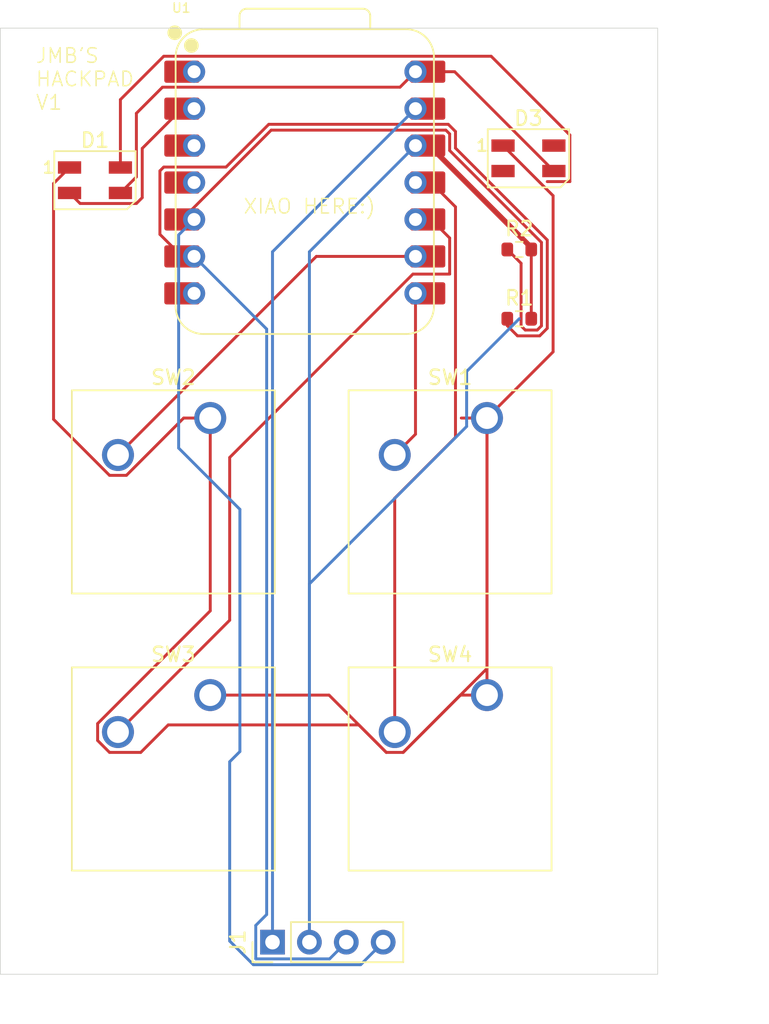
<source format=kicad_pcb>
(kicad_pcb (version 20241229) (generator "pcbnew") (generator_version "9.0")
  (layers (0 "F.Cu" signal) (2 "B.Cu" signal) (13 "F.Paste" user) (15 "B.Paste" user) (5 "F.SilkS" user "F.Silkscreen") (7 "B.SilkS" user "B.Silkscreen") (1 "F.Mask" user) (3 "B.Mask" user) (25 "Edge.Cuts" user))
  (net 0 "")
  (net 1 "Net-(D1-DOUT)")
  (net 2 "Net-(D1-DIN)")
  (net 3 "GND")
  (net 4 "+5V")
  (net 6 "Net-(U1-GPIO1{slash}RX)")
  (net 7 "Net-(U1-GPIO2{slash}SCK)")
  (net 8 "Net-(U1-GPIO4{slash}MISO)")
  (net 9 "Net-(U1-GPIO3{slash}MOSI)")
  (net 14 "Net-(U1-3V3)")
  (net 15 "Net-(U1-GPIO7{slash}SCL)")
  (net 16 "Net-(U1-GPIO6{slash}SDA)")
  (net 17 "Net-(U1-GND)")
  (footprint "Button_Switch_Keyboard:SW_Cherry_MX_1.00u_PCB" (layer "F.Cu") (at 221.615 111.60125)
    (property "Reference" "SW4" (at -2.54 -2.794 0) (layer "F.SilkS"))
    (property "Value" "SW_Push")
    (fp_line (start -9.525 -1.905) (end 4.445 -1.905) (stroke (width 0.12)) (layer "F.SilkS"))
    (fp_line (start -9.525 12.065) (end -9.525 -1.905) (stroke (width 0.12)) (layer "F.SilkS"))
    (fp_line (start 4.445 -1.905) (end 4.445 12.065) (stroke (width 0.12)) (layer "F.SilkS"))
    (fp_line (start 4.445 12.065) (end -9.525 12.065) (stroke (width 0.12)) (layer "F.SilkS"))
    (pad "" np_thru_hole circle (at -7.62 5.08) (size 1.7 1.7) (drill 1.7) (layers "*.Cu" "*.Mask"))
    (pad "" np_thru_hole circle (at -2.54 5.08) (size 4 4) (drill 4) (layers "*.Cu" "*.Mask"))
    (pad "" np_thru_hole circle (at 2.54 5.08) (size 1.7 1.7) (drill 1.7) (layers "*.Cu" "*.Mask"))
    (pad "1" thru_hole circle (at 0 0) (size 2.2 2.2) (drill 1.5) (layers "*.Cu" "*.Mask") (net 3 "GND"))
    (pad "2" thru_hole circle (at -6.35 2.54) (size 2.2 2.2) (drill 1.5) (layers "*.Cu" "*.Mask") (net 9 "Net-(U1-GPIO3{slash}MOSI)"))
  )
  (footprint "Button_Switch_Keyboard:SW_Cherry_MX_1.00u_PCB" (layer "F.Cu") (at 202.565 92.55125)
    (property "Reference" "SW2" (at -2.54 -2.794 0) (layer "F.SilkS"))
    (property "Value" "SW_Push")
    (fp_line (start -9.525 -1.905) (end 4.445 -1.905) (stroke (width 0.12)) (layer "F.SilkS"))
    (fp_line (start -9.525 12.065) (end -9.525 -1.905) (stroke (width 0.12)) (layer "F.SilkS"))
    (fp_line (start 4.445 -1.905) (end 4.445 12.065) (stroke (width 0.12)) (layer "F.SilkS"))
    (fp_line (start 4.445 12.065) (end -9.525 12.065) (stroke (width 0.12)) (layer "F.SilkS"))
    (pad "" np_thru_hole circle (at -7.62 5.08) (size 1.7 1.7) (drill 1.7) (layers "*.Cu" "*.Mask"))
    (pad "" np_thru_hole circle (at -2.54 5.08) (size 4 4) (drill 4) (layers "*.Cu" "*.Mask"))
    (pad "" np_thru_hole circle (at 2.54 5.08) (size 1.7 1.7) (drill 1.7) (layers "*.Cu" "*.Mask"))
    (pad "1" thru_hole circle (at 0 0) (size 2.2 2.2) (drill 1.5) (layers "*.Cu" "*.Mask") (net 3 "GND"))
    (pad "2" thru_hole circle (at -6.35 2.54) (size 2.2 2.2) (drill 1.5) (layers "*.Cu" "*.Mask") (net 7 "Net-(U1-GPIO2{slash}SCK)"))
  )
  (footprint "Connector_PinHeader_2.54mm:OLED_0.91_I2C" (layer "F.Cu") (at 206.85125 128.5875 90)
    (property "Reference" "J1" (at 0 -2.38 90) (layer "F.SilkS"))
    (property "Value" "OLED_0.91_I2C")
    (fp_line (start -1.38 -1.38) (end 0 -1.38) (stroke (width 0.12)) (layer "F.SilkS"))
    (fp_line (start -1.38 0) (end -1.38 -1.38) (stroke (width 0.12)) (layer "F.SilkS"))
    (fp_line (start 1.38 1.27) (end 1.38 9) (stroke (width 0.12)) (layer "F.SilkS"))
    (fp_line (start -1.38 1.27) (end 1.38 1.27) (stroke (width 0.12)) (layer "F.SilkS"))
    (fp_line (start -1.38 1.27) (end -1.38 9) (stroke (width 0.12)) (layer "F.SilkS"))
    (fp_line (start -1.38 9) (end 1.38 9) (stroke (width 0.12)) (layer "F.SilkS"))
    (pad "GND" thru_hole rect (at 0 0 90) (size 1.7 1.7) (drill 1) (layers "*.Cu" "*.Mask") (net 17 "Net-(U1-GND)"))
    (pad "SCL" thru_hole circle (at 0 5.08 90) (size 1.7 1.7) (drill 1) (layers "*.Cu" "*.Mask") (net 15 "Net-(U1-GPIO7{slash}SCL)"))
    (pad "SDA" thru_hole circle (at 0 7.62 90) (size 1.7 1.7) (drill 1) (layers "*.Cu" "*.Mask") (net 16 "Net-(U1-GPIO6{slash}SDA)"))
    (pad "VCC" thru_hole circle (at 0 2.54 90) (size 1.7 1.7) (drill 1) (layers "*.Cu" "*.Mask") (net 14 "Net-(U1-3V3)"))
  )
  (footprint "Seeed Studio XIAO Series Library:XIAO-RP2040-DIP" (layer "F.Cu") (at 209.07375 76.35875)
    (property "Reference" "U1" (at -8.5 -12 0) (layer "F.SilkS") (effects (font (size 0.635 0.635) (thickness 0.1016))))
    (property "Value" "XIAO-RP2040-DIP")
    (fp_line (start -8.89 8.509) (end -8.89 -8.636) (stroke (width 0.127)) (layer "F.SilkS"))
    (fp_line (start -6.985 10.414) (end 6.985 10.414) (stroke (width 0.127)) (layer "F.SilkS"))
    (fp_line (start -4.495 -10.541) (end -4.491272 -11.451272) (stroke (width 0.127)) (layer "F.SilkS"))
    (fp_line (start -3.991272 -11.951) (end 4.004 -11.951) (stroke (width 0.127)) (layer "F.SilkS"))
    (fp_line (start 4.504 -11.451) (end 4.504 -10.541) (stroke (width 0.127)) (layer "F.SilkS"))
    (fp_line (start 6.985 -10.541) (end -6.985 -10.541) (stroke (width 0.1)) (layer "F.SilkS"))
    (fp_line (start 6.985 -10.541) (end -6.985 -10.541) (stroke (width 0.127)) (layer "F.SilkS"))
    (fp_line (start 8.89 8.509) (end 8.89 -8.636) (stroke (width 0.127)) (layer "F.SilkS"))
    (fp_arc (start -8.89 -8.636) (mid -8.332038 -9.983038) (end -6.985 -10.541) (stroke (width 0.127)) (layer "F.SilkS"))
    (fp_arc (start -6.985 10.414) (mid -8.332038 9.856038) (end -8.89 8.509) (stroke (width 0.127)) (layer "F.SilkS"))
    (fp_arc (start -4.491272 -11.451272) (mid -4.344728 -11.80464) (end -3.991272 -11.951) (stroke (width 0.127)) (layer "F.SilkS"))
    (fp_arc (start 4.004 -11.951) (mid 4.357553 -11.804553) (end 4.504 -11.451) (stroke (width 0.127)) (layer "F.SilkS"))
    (fp_arc (start 6.985 -10.541) (mid 8.332038 -9.983038) (end 8.89 -8.636) (stroke (width 0.127)) (layer "F.SilkS"))
    (fp_arc (start 8.89 8.509) (mid 8.332038 9.856038) (end 6.985 10.414) (stroke (width 0.127)) (layer "F.SilkS"))
    (fp_circle (center -8.95 -10.3) (end -8.95 -10.554) (stroke (width 0.5)) (fill yes) (layer "F.SilkS"))
    (fp_circle (center -7.807 -9.42) (end -7.807 -9.674) (stroke (width 0.5)) (fill yes) (layer "F.SilkS"))
    (pad "1" smd roundrect (at -8.455 -7.62 180) (size 2.432 1.524) (layers "F.Cu" "F.Mask") (roundrect_rratio 0.1))
    (pad "1" thru_hole circle (at -7.62 -7.62 180) (size 1.524 1.524) (drill 0.889) (layers "*.Cu" "*.Mask"))
    (pad "2" smd roundrect (at -8.455 -5.08 180) (size 2.432 1.524) (layers "F.Cu" "F.Mask") (roundrect_rratio 0.1) (net 2 "Net-(D1-DIN)"))
    (pad "2" thru_hole circle (at -7.62 -5.08 180) (size 1.524 1.524) (drill 0.889) (layers "*.Cu" "*.Mask") (net 2 "Net-(D1-DIN)"))
    (pad "3" smd roundrect (at -8.455 -2.54 180) (size 2.432 1.524) (layers "F.Cu" "F.Mask") (roundrect_rratio 0.1))
    (pad "3" thru_hole circle (at -7.62 -2.54 180) (size 1.524 1.524) (drill 0.889) (layers "*.Cu" "*.Mask"))
    (pad "4" smd roundrect (at -8.455 0 180) (size 2.432 1.524) (layers "F.Cu" "F.Mask") (roundrect_rratio 0.1))
    (pad "4" thru_hole circle (at -7.62 0 180) (size 1.524 1.524) (drill 0.889) (layers "*.Cu" "*.Mask"))
    (pad "5" smd roundrect (at -8.455 2.54 180) (size 2.432 1.524) (layers "F.Cu" "F.Mask") (roundrect_rratio 0.1) (net 16 "Net-(U1-GPIO6{slash}SDA)"))
    (pad "5" thru_hole circle (at -7.62 2.54 180) (size 1.524 1.524) (drill 0.889) (layers "*.Cu" "*.Mask") (net 16 "Net-(U1-GPIO6{slash}SDA)"))
    (pad "6" smd roundrect (at -8.455 5.08 180) (size 2.432 1.524) (layers "F.Cu" "F.Mask") (roundrect_rratio 0.1) (net 15 "Net-(U1-GPIO7{slash}SCL)"))
    (pad "6" thru_hole circle (at -7.62 5.08 180) (size 1.524 1.524) (drill 0.889) (layers "*.Cu" "*.Mask") (net 15 "Net-(U1-GPIO7{slash}SCL)"))
    (pad "7" smd roundrect (at -8.455 7.62 180) (size 2.432 1.524) (layers "F.Cu" "F.Mask") (roundrect_rratio 0.1))
    (pad "7" thru_hole circle (at -7.62 7.62 180) (size 1.524 1.524) (drill 0.889) (layers "*.Cu" "*.Mask"))
    (pad "8" thru_hole circle (at 7.62 7.62) (size 1.524 1.524) (drill 0.889) (layers "*.Cu" "*.Mask") (net 6 "Net-(U1-GPIO1{slash}RX)"))
    (pad "8" smd roundrect (at 8.455 7.62) (size 2.432 1.524) (layers "F.Cu" "F.Mask") (roundrect_rratio 0.1) (net 6 "Net-(U1-GPIO1{slash}RX)"))
    (pad "9" thru_hole circle (at 7.62 5.08) (size 1.524 1.524) (drill 0.889) (layers "*.Cu" "*.Mask") (net 7 "Net-(U1-GPIO2{slash}SCK)"))
    (pad "9" smd roundrect (at 8.455 5.08) (size 2.432 1.524) (layers "F.Cu" "F.Mask") (roundrect_rratio 0.1) (net 7 "Net-(U1-GPIO2{slash}SCK)"))
    (pad "10" thru_hole circle (at 7.62 2.54) (size 1.524 1.524) (drill 0.889) (layers "*.Cu" "*.Mask") (net 8 "Net-(U1-GPIO4{slash}MISO)"))
    (pad "10" smd roundrect (at 8.455 2.54) (size 2.432 1.524) (layers "F.Cu" "F.Mask") (roundrect_rratio 0.1) (net 8 "Net-(U1-GPIO4{slash}MISO)"))
    (pad "11" thru_hole circle (at 7.62 0) (size 1.524 1.524) (drill 0.889) (layers "*.Cu" "*.Mask") (net 9 "Net-(U1-GPIO3{slash}MOSI)"))
    (pad "11" smd roundrect (at 8.455 0) (size 2.432 1.524) (layers "F.Cu" "F.Mask") (roundrect_rratio 0.1) (net 9 "Net-(U1-GPIO3{slash}MOSI)"))
    (pad "12" thru_hole circle (at 7.62 -2.54) (size 1.524 1.524) (drill 0.889) (layers "*.Cu" "*.Mask") (net 14 "Net-(U1-3V3)"))
    (pad "12" smd roundrect (at 8.455 -2.54) (size 2.432 1.524) (layers "F.Cu" "F.Mask") (roundrect_rratio 0.1) (net 14 "Net-(U1-3V3)"))
    (pad "13" thru_hole circle (at 7.62 -5.08) (size 1.524 1.524) (drill 0.889) (layers "*.Cu" "*.Mask") (net 17 "Net-(U1-GND)"))
    (pad "13" smd roundrect (at 8.455 -5.08) (size 2.432 1.524) (layers "F.Cu" "F.Mask") (roundrect_rratio 0.1) (net 17 "Net-(U1-GND)"))
    (pad "14" thru_hole circle (at 7.62 -7.62) (size 1.524 1.524) (drill 0.889) (layers "*.Cu" "*.Mask") (net 4 "+5V"))
    (pad "14" smd roundrect (at 8.455 -7.62) (size 2.432 1.524) (layers "F.Cu" "F.Mask") (roundrect_rratio 0.1) (net 4 "+5V"))
  )
  (footprint "Button_Switch_Keyboard:SW_Cherry_MX_1.00u_PCB" (layer "F.Cu") (at 202.565 111.60125)
    (property "Reference" "SW3" (at -2.54 -2.794 0) (layer "F.SilkS"))
    (property "Value" "SW_Push")
    (fp_line (start -9.525 -1.905) (end 4.445 -1.905) (stroke (width 0.12)) (layer "F.SilkS"))
    (fp_line (start -9.525 12.065) (end -9.525 -1.905) (stroke (width 0.12)) (layer "F.SilkS"))
    (fp_line (start 4.445 -1.905) (end 4.445 12.065) (stroke (width 0.12)) (layer "F.SilkS"))
    (fp_line (start 4.445 12.065) (end -9.525 12.065) (stroke (width 0.12)) (layer "F.SilkS"))
    (pad "" np_thru_hole circle (at -7.62 5.08) (size 1.7 1.7) (drill 1.7) (layers "*.Cu" "*.Mask"))
    (pad "" np_thru_hole circle (at -2.54 5.08) (size 4 4) (drill 4) (layers "*.Cu" "*.Mask"))
    (pad "" np_thru_hole circle (at 2.54 5.08) (size 1.7 1.7) (drill 1.7) (layers "*.Cu" "*.Mask"))
    (pad "1" thru_hole circle (at 0 0) (size 2.2 2.2) (drill 1.5) (layers "*.Cu" "*.Mask") (net 3 "GND"))
    (pad "2" thru_hole circle (at -6.35 2.54) (size 2.2 2.2) (drill 1.5) (layers "*.Cu" "*.Mask") (net 8 "Net-(U1-GPIO4{slash}MISO)"))
  )
  (footprint "Resistor_SMD:R_0603_1608Metric" (layer "F.Cu") (at 223.8375 85.725)
    (property "Reference" "R1" (at 0 -1.43 0) (layer "F.SilkS"))
    (property "Value" "DIP-RES-4.7K-5%-1_4W_PR-D2.3XL6.5MM_")
    (fp_line (start -0.237258 -0.5225) (end 0.237258 -0.5225) (stroke (width 0.12)) (layer "F.SilkS"))
    (fp_line (start -0.237258 0.5225) (end 0.237258 0.5225) (stroke (width 0.12)) (layer "F.SilkS"))
    (pad "1" smd roundrect (at -0.825 0) (size 0.8 0.95) (layers "F.Cu" "F.Mask" "F.Paste") (net 15 "Net-(U1-GPIO7{slash}SCL)"))
    (pad "2" smd roundrect (at 0.825 0) (size 0.8 0.95) (layers "F.Cu" "F.Mask" "F.Paste") (net 14 "Net-(U1-3V3)"))
  )
  (footprint "Button_Switch_Keyboard:SW_Cherry_MX_1.00u_PCB" (layer "F.Cu") (at 221.615 92.55125)
    (property "Reference" "SW1" (at -2.54 -2.794 0) (layer "F.SilkS"))
    (property "Value" "SW_Push")
    (fp_line (start -9.525 -1.905) (end 4.445 -1.905) (stroke (width 0.12)) (layer "F.SilkS"))
    (fp_line (start -9.525 12.065) (end -9.525 -1.905) (stroke (width 0.12)) (layer "F.SilkS"))
    (fp_line (start 4.445 -1.905) (end 4.445 12.065) (stroke (width 0.12)) (layer "F.SilkS"))
    (fp_line (start 4.445 12.065) (end -9.525 12.065) (stroke (width 0.12)) (layer "F.SilkS"))
    (pad "" np_thru_hole circle (at -7.62 5.08) (size 1.7 1.7) (drill 1.7) (layers "*.Cu" "*.Mask"))
    (pad "" np_thru_hole circle (at -2.54 5.08) (size 4 4) (drill 4) (layers "*.Cu" "*.Mask"))
    (pad "" np_thru_hole circle (at 2.54 5.08) (size 1.7 1.7) (drill 1.7) (layers "*.Cu" "*.Mask"))
    (pad "1" thru_hole circle (at 0 0) (size 2.2 2.2) (drill 1.5) (layers "*.Cu" "*.Mask") (net 3 "GND"))
    (pad "2" thru_hole circle (at -6.35 2.54) (size 2.2 2.2) (drill 1.5) (layers "*.Cu" "*.Mask") (net 6 "Net-(U1-GPIO1{slash}RX)"))
  )
  (footprint "LED_SMD:LED_SK6812MINI_PLCC4_3.5x3.5mm_P1.75mm" (layer "F.Cu") (at 194.63125 76.2)
    (property "Reference" "D1" (at 0 -2.75 0) (layer "F.SilkS"))
    (property "Value" "SK6812")
    (fp_line (start -2.8 -2) (end -2.8 2) (stroke (width 0.12)) (layer "F.SilkS"))
    (fp_line (start -2.8 -2) (end 2.8 -2) (stroke (width 0.12)) (layer "F.SilkS"))
    (fp_line (start -2.8 2) (end 2.2 2) (stroke (width 0.12)) (layer "F.SilkS"))
    (fp_line (start 2.8 1.4) (end 2.2 2) (stroke (width 0.12)) (layer "F.SilkS"))
    (fp_line (start 2.8 1.4) (end 2.8 -2) (stroke (width 0.12)) (layer "F.SilkS"))
    (fp_text user "1" (at -3.2 -0.875 0) (layer "F.SilkS") (effects (font (size 0.8 0.8))))
    (pad "1" smd rect (at -1.75 -0.875) (size 1.6 0.85) (layers "F.Cu" "F.Mask" "F.Paste") (net 3 "GND"))
    (pad "2" smd rect (at -1.75 0.875) (size 1.6 0.85) (layers "F.Cu" "F.Mask" "F.Paste") (net 2 "Net-(D1-DIN)"))
    (pad "3" smd rect (at 1.75 0.875) (size 1.6 0.85) (layers "F.Cu" "F.Mask" "F.Paste") (net 4 "+5V"))
    (pad "4" smd rect (at 1.75 -0.875) (size 1.6 0.85) (layers "F.Cu" "F.Mask" "F.Paste") (net 1 "Net-(D1-DOUT)"))
  )
  (footprint "LED_SMD:LED_SK6812MINI_PLCC4_3.5x3.5mm_P1.75mm" (layer "F.Cu") (at 224.46875 74.69375)
    (property "Reference" "D3" (at 0 -2.75 0) (layer "F.SilkS"))
    (property "Value" "SK6812")
    (fp_line (start -2.8 -2) (end -2.8 2) (stroke (width 0.12)) (layer "F.SilkS"))
    (fp_line (start -2.8 -2) (end 2.8 -2) (stroke (width 0.12)) (layer "F.SilkS"))
    (fp_line (start -2.8 2) (end 2.2 2) (stroke (width 0.12)) (layer "F.SilkS"))
    (fp_line (start 2.8 1.4) (end 2.2 2) (stroke (width 0.12)) (layer "F.SilkS"))
    (fp_line (start 2.8 1.4) (end 2.8 -2) (stroke (width 0.12)) (layer "F.SilkS"))
    (fp_text user "1" (at -3.2 -0.875 0) (layer "F.SilkS") (effects (font (size 0.8 0.8))))
    (pad "1" smd rect (at -1.75 -0.875) (size 1.6 0.85) (layers "F.Cu" "F.Mask" "F.Paste") (net 3 "GND"))
    (pad "2" smd rect (at -1.75 0.875) (size 1.6 0.85) (layers "F.Cu" "F.Mask" "F.Paste") (net 1 "Net-(D1-DOUT)"))
    (pad "3" smd rect (at 1.75 0.875) (size 1.6 0.85) (layers "F.Cu" "F.Mask" "F.Paste") (net 4 "+5V"))
    (pad "4" smd rect (at 1.75 -0.875) (size 1.6 0.85) (layers "F.Cu" "F.Mask" "F.Paste"))
  )
  (footprint "Resistor_SMD:R_0603_1608Metric" (layer "F.Cu") (at 223.8375 80.9625)
    (property "Reference" "R2" (at 0 -1.43 0) (layer "F.SilkS"))
    (property "Value" "DIP-RES-4.7K-5%-1_4W_PR-D2.3XL6.5MM_")
    (fp_line (start -0.237258 -0.5225) (end 0.237258 -0.5225) (stroke (width 0.12)) (layer "F.SilkS"))
    (fp_line (start -0.237258 0.5225) (end 0.237258 0.5225) (stroke (width 0.12)) (layer "F.SilkS"))
    (pad "1" smd roundrect (at -0.825 0) (size 0.8 0.95) (layers "F.Cu" "F.Mask" "F.Paste") (net 16 "Net-(U1-GPIO6{slash}SDA)"))
    (pad "2" smd roundrect (at 0.825 0) (size 0.8 0.95) (layers "F.Cu" "F.Mask" "F.Paste") (net 14 "Net-(U1-3V3)"))
  )
  (gr_rect (start 188.11875 65.742324) (end 233.3625 130.795436) (stroke (width 0.05)) (fill no) (layer "Edge.Cuts"))
  (gr_text "JMB'S\nHACKPAD\nV1" (at 190.5 71.4375 0) (layer "F.SilkS") (effects (font (size 1 1) (thickness 0.1)) (justify left bottom)))
  (gr_text "XIAO HERE:)" (at 204.7875 78.58125 0) (layer "F.SilkS") (effects (font (size 1 1) (thickness 0.1)) (justify left bottom)))
  (segment (start 221.90275 67.67575) (end 227.31975 73.09275) (width 0.2) (layer "F.Cu") (net 1))
  (segment (start 227.31975 76.29475) (end 225.76185 76.29475) (width 0.2) (layer "F.Cu") (net 1))
  (segment (start 196.38125 75.325) (end 196.38125 70.657624) (width 0.2) (layer "F.Cu") (net 1))
  (segment (start 196.38125 70.657624) (end 199.363124 67.67575) (width 0.2) (layer "F.Cu") (net 1))
  (segment (start 227.31975 73.09275) (end 227.31975 76.29475) (width 0.2) (layer "F.Cu") (net 1))
  (segment (start 199.363124 67.67575) (end 221.90275 67.67575) (width 0.2) (layer "F.Cu") (net 1))
  (segment (start 193.60725 77.801) (end 192.88125 77.075) (width 0.2) (layer "F.Cu") (net 2))
  (segment (start 197.48225 77.801) (end 193.60725 77.801) (width 0.2) (layer "F.Cu") (net 2))
  (segment (start 200.61875 71.27875) (end 197.88325 74.01425) (width 0.2) (layer "F.Cu") (net 2))
  (segment (start 197.88325 77.4) (end 197.48225 77.801) (width 0.2) (layer "F.Cu") (net 2))
  (segment (start 197.88325 74.01425) (end 197.88325 77.4) (width 0.2) (layer "F.Cu") (net 2))
  (segment (start 214.684686 115.54225) (end 215.845314 115.54225) (width 0.2) (layer "F.Cu") (net 3))
  (segment (start 226.1655 77.2655) (end 226.1655 88.00075) (width 0.2) (layer "F.Cu") (net 3))
  (segment (start 226.1655 88.00075) (end 221.615 92.55125) (width 0.2) (layer "F.Cu") (net 3))
  (segment (start 195.634686 115.54225) (end 197.78247 115.54225) (width 0.2) (layer "F.Cu") (net 3))
  (segment (start 212.794 113.651564) (end 214.684686 115.54225) (width 0.2) (layer "F.Cu") (net 3))
  (segment (start 222.71875 73.81875) (end 226.1655 77.2655) (width 0.2) (layer "F.Cu") (net 3))
  (segment (start 194.814 114.721564) (end 195.634686 115.54225) (width 0.2) (layer "F.Cu") (net 3))
  (segment (start 210.743686 111.60125) (end 202.565 111.60125) (width 0.2) (layer "F.Cu") (net 3))
  (segment (start 221.615 92.55125) (end 221.615 111.60125) (width 0.2) (layer "F.Cu") (net 3))
  (segment (start 196.795314 96.49225) (end 195.634686 96.49225) (width 0.2) (layer "F.Cu") (net 3))
  (segment (start 191.78025 76.426) (end 192.88125 75.325) (width 0.2) (layer "F.Cu") (net 3))
  (segment (start 197.78247 115.54225) (end 199.673156 113.651564) (width 0.2) (layer "F.Cu") (net 3))
  (segment (start 194.814 113.560936) (end 194.814 114.721564) (width 0.2) (layer "F.Cu") (net 3))
  (segment (start 195.634686 96.49225) (end 191.78025 92.637814) (width 0.2) (layer "F.Cu") (net 3))
  (segment (start 199.673156 113.651564) (end 212.794 113.651564) (width 0.2) (layer "F.Cu") (net 3))
  (segment (start 202.565 92.55125) (end 202.565 105.809936) (width 0.2) (layer "F.Cu") (net 3))
  (segment (start 221.615 109.772564) (end 221.615 92.55125) (width 0.2) (layer "F.Cu") (net 3))
  (segment (start 221.615 92.55125) (end 219.84775 92.55125) (width 0.2) (layer "F.Cu") (net 3))
  (segment (start 215.845314 115.54225) (end 221.615 109.772564) (width 0.2) (layer "F.Cu") (net 3))
  (segment (start 221.615 111.60125) (end 219.786314 111.60125) (width 0.2) (layer "F.Cu") (net 3))
  (segment (start 214.684686 115.54225) (end 210.743686 111.60125) (width 0.2) (layer "F.Cu") (net 3))
  (segment (start 219.786314 111.60125) (end 215.845314 115.54225) (width 0.2) (layer "F.Cu") (net 3))
  (segment (start 202.565 105.809936) (end 194.814 113.560936) (width 0.2) (layer "F.Cu") (net 3))
  (segment (start 202.565 92.55125) (end 200.736314 92.55125) (width 0.2) (layer "F.Cu") (net 3))
  (segment (start 191.78025 92.637814) (end 191.78025 76.426) (width 0.2) (layer "F.Cu") (net 3))
  (segment (start 200.736314 92.55125) (end 196.795314 96.49225) (width 0.2) (layer "F.Cu") (net 3))
  (segment (start 197.48225 71.599) (end 197.48225 75.974) (width 0.2) (layer "F.Cu") (net 4))
  (segment (start 199.2795 69.80175) (end 197.48225 71.599) (width 0.2) (layer "F.Cu") (net 4))
  (segment (start 219.38875 68.73875) (end 226.21875 75.56875) (width 0.2) (layer "F.Cu") (net 4))
  (segment (start 215.63075 69.80175) (end 199.2795 69.80175) (width 0.2) (layer "F.Cu") (net 4))
  (segment (start 197.48225 75.974) (end 196.38125 77.075) (width 0.2) (layer "F.Cu") (net 4))
  (segment (start 216.69375 68.73875) (end 219.38875 68.73875) (width 0.2) (layer "F.Cu") (net 4))
  (segment (start 216.69375 68.73875) (end 215.63075 69.80175) (width 0.2) (layer "F.Cu") (net 4))
  (segment (start 216.69375 93.6625) (end 215.265 95.09125) (width 0.2) (layer "F.Cu") (net 6))
  (segment (start 216.69375 83.97875) (end 216.69375 93.6625) (width 0.2) (layer "F.Cu") (net 6))
  (segment (start 217.52875 81.43875) (end 209.8675 81.43875) (width 0.2) (layer "F.Cu") (net 7))
  (segment (start 209.8675 81.43875) (end 196.215 95.09125) (width 0.2) (layer "F.Cu") (net 7))
  (segment (start 203.904 95.26519) (end 203.904 106.45225) (width 0.2) (layer "F.Cu") (net 8))
  (segment (start 216.514814 82.654376) (end 203.904 95.26519) (width 0.2) (layer "F.Cu") (net 8))
  (segment (start 216.69375 78.89875) (end 217.77138 78.89875) (width 0.2) (layer "F.Cu") (net 8))
  (segment (start 203.904 106.45225) (end 196.215 114.14125) (width 0.2) (layer "F.Cu") (net 8))
  (segment (start 219.04575 80.17312) (end 219.04575 82.654376) (width 0.2) (layer "F.Cu") (net 8))
  (segment (start 217.77138 78.89875) (end 219.04575 80.17312) (width 0.2) (layer "F.Cu") (net 8))
  (segment (start 219.04575 82.654376) (end 216.514814 82.654376) (width 0.2) (layer "F.Cu") (net 8))
  (segment (start 216.69375 76.35875) (end 217.77138 76.35875) (width 0.2) (layer "F.Cu") (net 9))
  (segment (start 219.44675 78.03412) (end 219.44675 93.87797) (width 0.2) (layer "F.Cu") (net 9))
  (segment (start 217.77138 76.35875) (end 219.44675 78.03412) (width 0.2) (layer "F.Cu") (net 9))
  (segment (start 215.265 98.05972) (end 215.265 114.14125) (width 0.2) (layer "F.Cu") (net 9))
  (segment (start 219.44675 93.87797) (end 215.265 98.05972) (width 0.2) (layer "F.Cu") (net 9))
  (segment (start 224.6625 80.9525) (end 224.6625 85.725) (width 0.2) (layer "F.Cu") (net 14))
  (segment (start 216.69375 73.81875) (end 217.77138 73.81875) (width 0.2) (layer "F.Cu") (net 14))
  (segment (start 224.6625 80.70987) (end 224.6625 80.9625) (width 0.2) (layer "F.Cu") (net 14))
  (segment (start 217.52875 73.81875) (end 224.6625 80.9525) (width 0.2) (layer "F.Cu") (net 14))
  (segment (start 217.77138 73.81875) (end 224.6625 80.70987) (width 0.2) (layer "F.Cu") (net 14))
  (segment (start 209.39125 128.5875) (end 209.39125 81.12125) (width 0.2) (layer "B.Cu") (net 14))
  (segment (start 209.39125 81.12125) (end 216.69375 73.81875) (width 0.2) (layer "B.Cu") (net 14))
  (segment (start 209.39125 103.954314) (end 220.214 93.131564) (width 0.2) (layer "B.Cu") (net 14))
  (segment (start 220.214 89.3485) (end 223.8375 85.725) (width 0.2) (layer "B.Cu") (net 14))
  (segment (start 209.39125 128.5875) (end 209.39125 103.954314) (width 0.2) (layer "B.Cu") (net 14))
  (segment (start 220.214 93.131564) (end 220.214 89.3485) (width 0.2) (layer "B.Cu") (net 14))
  (segment (start 206.59565 72.35475) (end 218.950476 72.35475) (width 0.2) (layer "F.Cu") (net 15))
  (segment (start 219.44675 73.990586) (end 225.7645 80.308336) (width 0.2) (layer "F.Cu") (net 15))
  (segment (start 199.363124 75.29575) (end 203.65465 75.29575) (width 0.2) (layer "F.Cu") (net 15))
  (segment (start 199.10175 75.557124) (end 199.363124 75.29575) (width 0.2) (layer "F.Cu") (net 15))
  (segment (start 200.61875 81.43875) (end 199.10175 79.92175) (width 0.2) (layer "F.Cu") (net 15))
  (segment (start 219.44675 72.851024) (end 219.44675 73.990586) (width 0.2) (layer "F.Cu") (net 15))
  (segment (start 225.241664 86.902) (end 223.7145 86.902) (width 0.2) (layer "F.Cu") (net 15))
  (segment (start 223.0125 86.2) (end 223.0125 85.725) (width 0.2) (layer "F.Cu") (net 15))
  (segment (start 225.7645 86.379164) (end 225.241664 86.902) (width 0.2) (layer "F.Cu") (net 15))
  (segment (start 223.7145 86.902) (end 223.0125 86.2) (width 0.2) (layer "F.Cu") (net 15))
  (segment (start 203.65465 75.29575) (end 206.59565 72.35475) (width 0.2) (layer "F.Cu") (net 15))
  (segment (start 199.10175 79.92175) (end 199.10175 75.557124) (width 0.2) (layer "F.Cu") (net 15))
  (segment (start 218.950476 72.35475) (end 219.44675 72.851024) (width 0.2) (layer "F.Cu") (net 15))
  (segment (start 225.7645 80.308336) (end 225.7645 86.379164) (width 0.2) (layer "F.Cu") (net 15))
  (segment (start 210.78025 129.7385) (end 205.70025 129.7385) (width 0.2) (layer "B.Cu") (net 15))
  (segment (start 206.45025 86.43525) (end 201.45375 81.43875) (width 0.2) (layer "B.Cu") (net 15))
  (segment (start 205.70025 129.7385) (end 205.70025 127.4365) (width 0.2) (layer "B.Cu") (net 15))
  (segment (start 211.93125 128.5875) (end 210.78025 129.7385) (width 0.2) (layer "B.Cu") (net 15))
  (segment (start 206.45025 126.6865) (end 206.45025 86.43525) (width 0.2) (layer "B.Cu") (net 15))
  (segment (start 205.70025 127.4365) (end 206.45025 126.6865) (width 0.2) (layer "B.Cu") (net 15))
  (segment (start 224.249436 86.501) (end 223.9615 86.213064) (width 0.2) (layer "F.Cu") (net 16))
  (segment (start 219.04575 73.017124) (end 219.04575 74.156686) (width 0.2) (layer "F.Cu") (net 16))
  (segment (start 225.075564 86.501) (end 224.249436 86.501) (width 0.2) (layer "F.Cu") (net 16))
  (segment (start 225.3635 86.213064) (end 225.075564 86.501) (width 0.2) (layer "F.Cu") (net 16))
  (segment (start 218.784376 72.75575) (end 219.04575 73.017124) (width 0.2) (layer "F.Cu") (net 16))
  (segment (start 223.9615 86.213064) (end 223.9615 81.9115) (width 0.2) (layer "F.Cu") (net 16))
  (segment (start 206.76175 72.75575) (end 218.784376 72.75575) (width 0.2) (layer "F.Cu") (net 16))
  (segment (start 223.9615 81.9115) (end 223.0125 80.9625) (width 0.2) (layer "F.Cu") (net 16))
  (segment (start 200.61875 78.89875) (end 206.76175 72.75575) (width 0.2) (layer "F.Cu") (net 16))
  (segment (start 219.04575 74.156686) (end 225.3635 80.474436) (width 0.2) (layer "F.Cu") (net 16))
  (segment (start 225.3635 80.474436) (end 225.3635 86.213064) (width 0.2) (layer "F.Cu") (net 16))
  (segment (start 204.60753 98.83225) (end 200.39075 94.61547) (width 0.2) (layer "B.Cu") (net 16))
  (segment (start 205.53415 130.1395) (end 203.904 128.50935) (width 0.2) (layer "B.Cu") (net 16))
  (segment (start 204.60753 115.48025) (end 204.60753 98.83225) (width 0.2) (layer "B.Cu") (net 16))
  (segment (start 212.91925 130.1395) (end 205.53415 130.1395) (width 0.2) (layer "B.Cu") (net 16))
  (segment (start 203.904 116.18378) (end 204.60753 115.48025) (width 0.2) (layer "B.Cu") (net 16))
  (segment (start 203.904 128.50935) (end 203.904 116.18378) (width 0.2) (layer "B.Cu") (net 16))
  (segment (start 200.39075 94.61547) (end 200.39075 79.96175) (width 0.2) (layer "B.Cu") (net 16))
  (segment (start 214.47125 128.5875) (end 212.91925 130.1395) (width 0.2) (layer "B.Cu") (net 16))
  (segment (start 200.39075 79.96175) (end 201.45375 78.89875) (width 0.2) (layer "B.Cu") (net 16))
  (segment (start 206.85125 128.5875) (end 206.85125 81.12125) (width 0.2) (layer "B.Cu") (net 17))
  (segment (start 206.85125 81.12125) (end 216.69375 71.27875) (width 0.2) (layer "B.Cu") (net 17))
)
</source>
